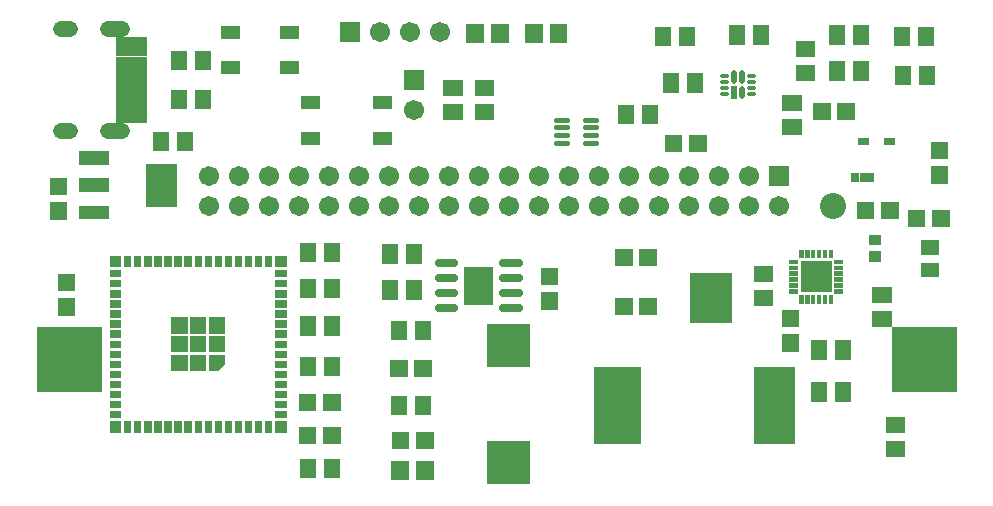
<source format=gts>
G04 Layer: TopSolderMaskLayer*
G04 EasyEDA v6.4.19.4, 2021-06-11T02:13:33+02:00*
G04 afcd8683cfac40e295d78014fa455b8c,92d7176e1a3f4c55b0c7f3235df8e186,10*
G04 Gerber Generator version 0.2*
G04 Scale: 100 percent, Rotated: No, Reflected: No *
G04 Dimensions in millimeters *
G04 leading zeros omitted , absolute positions ,4 integer and 5 decimal *
%FSLAX45Y45*%
%MOMM*%

%ADD59C,0.4656*%
%ADD60C,1.3532*%
%ADD61C,0.7036*%
%ADD62C,0.5016*%
%ADD63C,0.3016*%
%ADD64C,2.2032*%
%ADD72C,1.7018*%

%LPD*%
D59*
X5336006Y4512589D02*
G01*
X5424804Y4512589D01*
X5336006Y4577587D02*
G01*
X5424804Y4577587D01*
X5336006Y4642586D02*
G01*
X5424804Y4642586D01*
X5336006Y4707610D02*
G01*
X5424804Y4707610D01*
X5090795Y4512589D02*
G01*
X5179593Y4512589D01*
X5090795Y4577587D02*
G01*
X5179593Y4577587D01*
X5090795Y4642586D02*
G01*
X5179593Y4642586D01*
X5090795Y4707610D02*
G01*
X5179593Y4707610D01*
D60*
X968095Y4609896D02*
G01*
X898095Y4609896D01*
X968095Y5473903D02*
G01*
X898095Y5473903D01*
X1411102Y4609896D02*
G01*
X1291102Y4609896D01*
X1411102Y5473903D02*
G01*
X1291102Y5473903D01*
D61*
X4227189Y3492500D02*
G01*
X4093291Y3492500D01*
X4227189Y3365500D02*
G01*
X4093291Y3365500D01*
X4227189Y3238500D02*
G01*
X4093291Y3238500D01*
X4227189Y3111500D02*
G01*
X4093291Y3111500D01*
X4771308Y3492500D02*
G01*
X4637410Y3492500D01*
X4771308Y3365500D02*
G01*
X4637410Y3365500D01*
X4771308Y3238500D02*
G01*
X4637410Y3238500D01*
X4771308Y3111500D02*
G01*
X4637410Y3111500D01*
D62*
X6664401Y4968811D02*
G01*
X6664401Y4903810D01*
X6664401Y5103812D02*
G01*
X6664401Y5038811D01*
X6594398Y5103812D02*
G01*
X6594398Y5038811D01*
D63*
X6724411Y4928793D02*
G01*
X6764411Y4928793D01*
X6724411Y4978806D02*
G01*
X6764411Y4978806D01*
X6724411Y5028793D02*
G01*
X6764411Y5028793D01*
X6724411Y5078806D02*
G01*
X6764411Y5078806D01*
X6494414Y5078806D02*
G01*
X6534414Y5078806D01*
X6494414Y5028793D02*
G01*
X6534414Y5028793D01*
X6494414Y4978806D02*
G01*
X6534414Y4978806D01*
X6494414Y4928793D02*
G01*
X6534414Y4928793D01*
D64*
G01*
X7429500Y3975100D03*
G36*
X5608827Y4667250D02*
G01*
X5608827Y4832350D01*
X5744972Y4832350D01*
X5744972Y4667250D01*
G37*
G36*
X5812027Y4667250D02*
G01*
X5812027Y4832350D01*
X5948172Y4832350D01*
X5948172Y4667250D01*
G37*
G36*
X690118Y2404618D02*
G01*
X690118Y2954781D01*
X1240281Y2954781D01*
X1240281Y2404618D01*
G37*
G36*
X7929118Y2404618D02*
G01*
X7929118Y2954781D01*
X8479281Y2954781D01*
X8479281Y2404618D01*
G37*
G36*
X3539743Y4494021D02*
G01*
X3539743Y4604004D01*
X3699763Y4604004D01*
X3699763Y4494021D01*
G37*
G36*
X2929636Y4494021D02*
G01*
X2929636Y4604004D01*
X3089909Y4604004D01*
X3089909Y4494021D01*
G37*
G36*
X3539743Y4793995D02*
G01*
X3539743Y4903978D01*
X3699763Y4903978D01*
X3699763Y4793995D01*
G37*
G36*
X2929636Y4793995D02*
G01*
X2929636Y4903978D01*
X3089656Y4903978D01*
X3089656Y4793995D01*
G37*
G36*
X5404865Y1958339D02*
G01*
X5404865Y2613660D01*
X5806186Y2613660D01*
X5806186Y1958339D01*
G37*
G36*
X6759447Y1958339D02*
G01*
X6759447Y2613660D01*
X7109713Y2613660D01*
X7109713Y1958339D01*
G37*
G36*
X6225540Y2986786D02*
G01*
X6225540Y3413252D01*
X6575806Y3413252D01*
X6575806Y2986786D01*
G37*
G36*
X3693413Y1659636D02*
G01*
X3693413Y1819910D01*
X3843781Y1819910D01*
X3843781Y1659636D01*
G37*
G36*
X3903472Y1659636D02*
G01*
X3903472Y1819910D01*
X4053840Y1819910D01*
X4053840Y1659636D01*
G37*
D72*
G01*
X3886200Y4787900D03*
G36*
X3801109Y4956810D02*
G01*
X3801109Y5126989D01*
X3971290Y5126989D01*
X3971290Y4956810D01*
G37*
G36*
X7395718Y3532631D02*
G01*
X7395718Y3606037D01*
X7433818Y3606037D01*
X7433818Y3532631D01*
G37*
G36*
X7345679Y3532631D02*
G01*
X7345679Y3606037D01*
X7383779Y3606037D01*
X7383779Y3532631D01*
G37*
G36*
X7295641Y3532631D02*
G01*
X7295641Y3606037D01*
X7333995Y3606037D01*
X7333995Y3532631D01*
G37*
G36*
X7245604Y3532631D02*
G01*
X7245604Y3606037D01*
X7283958Y3606037D01*
X7283958Y3532631D01*
G37*
G36*
X7195820Y3532631D02*
G01*
X7195820Y3606037D01*
X7233920Y3606037D01*
X7233920Y3532631D01*
G37*
G36*
X7145781Y3532631D02*
G01*
X7145781Y3606037D01*
X7183881Y3606037D01*
X7183881Y3532631D01*
G37*
G36*
X7061961Y3484118D02*
G01*
X7061961Y3522218D01*
X7135368Y3522218D01*
X7135368Y3484118D01*
G37*
G36*
X7061961Y3434079D02*
G01*
X7061961Y3472179D01*
X7135368Y3472179D01*
X7135368Y3434079D01*
G37*
G36*
X7061961Y3384042D02*
G01*
X7061961Y3422395D01*
X7135368Y3422395D01*
X7135368Y3384042D01*
G37*
G36*
X7061961Y3334004D02*
G01*
X7061961Y3372357D01*
X7135368Y3372357D01*
X7135368Y3334004D01*
G37*
G36*
X7061961Y3284220D02*
G01*
X7061961Y3322320D01*
X7135368Y3322320D01*
X7135368Y3284220D01*
G37*
G36*
X7061961Y3234181D02*
G01*
X7061961Y3272281D01*
X7135368Y3272281D01*
X7135368Y3234181D01*
G37*
G36*
X7145781Y3150362D02*
G01*
X7145781Y3223768D01*
X7183881Y3223768D01*
X7183881Y3150362D01*
G37*
G36*
X7195820Y3150362D02*
G01*
X7195820Y3223768D01*
X7233920Y3223768D01*
X7233920Y3150362D01*
G37*
G36*
X7245604Y3150362D02*
G01*
X7245604Y3223768D01*
X7283958Y3223768D01*
X7283958Y3150362D01*
G37*
G36*
X7295641Y3150362D02*
G01*
X7295641Y3223768D01*
X7333995Y3223768D01*
X7333995Y3150362D01*
G37*
G36*
X7345679Y3150362D02*
G01*
X7345679Y3223768D01*
X7383779Y3223768D01*
X7383779Y3150362D01*
G37*
G36*
X7395718Y3150362D02*
G01*
X7395718Y3223768D01*
X7433818Y3223768D01*
X7433818Y3150362D01*
G37*
G36*
X7444231Y3234181D02*
G01*
X7444231Y3272281D01*
X7517638Y3272281D01*
X7517638Y3234181D01*
G37*
G36*
X7444231Y3284220D02*
G01*
X7444231Y3322320D01*
X7517638Y3322320D01*
X7517638Y3284220D01*
G37*
G36*
X7444231Y3334004D02*
G01*
X7444231Y3372357D01*
X7517638Y3372357D01*
X7517638Y3334004D01*
G37*
G36*
X7444231Y3384042D02*
G01*
X7444231Y3422395D01*
X7517638Y3422395D01*
X7517638Y3384042D01*
G37*
G36*
X7444231Y3434079D02*
G01*
X7444231Y3472179D01*
X7517638Y3472179D01*
X7517638Y3434079D01*
G37*
G36*
X7444231Y3484118D02*
G01*
X7444231Y3522218D01*
X7517638Y3522218D01*
X7517638Y3484118D01*
G37*
G36*
X7159752Y3248152D02*
G01*
X7159752Y3508247D01*
X7419847Y3508247D01*
X7419847Y3248152D01*
G37*
G36*
X1359915Y5041645D02*
G01*
X1359915Y5091937D01*
X1625345Y5091937D01*
X1625345Y5041645D01*
G37*
G36*
X1359915Y4991607D02*
G01*
X1359915Y5042154D01*
X1625345Y5042154D01*
X1625345Y4991607D01*
G37*
G36*
X1359915Y4941823D02*
G01*
X1359915Y4992115D01*
X1625345Y4992115D01*
X1625345Y4941823D01*
G37*
G36*
X1359915Y5091684D02*
G01*
X1359915Y5141976D01*
X1625345Y5141976D01*
X1625345Y5091684D01*
G37*
G36*
X1359915Y4891786D02*
G01*
X1359915Y4942078D01*
X1625345Y4942078D01*
X1625345Y4891786D01*
G37*
G36*
X1359915Y5141721D02*
G01*
X1359915Y5192013D01*
X1625345Y5192013D01*
X1625345Y5141721D01*
G37*
G36*
X1359915Y4841747D02*
G01*
X1359915Y4892039D01*
X1625345Y4892039D01*
X1625345Y4841747D01*
G37*
G36*
X1359915Y5191760D02*
G01*
X1359915Y5242052D01*
X1625345Y5242052D01*
X1625345Y5191760D01*
G37*
G36*
X1359915Y5246623D02*
G01*
X1359915Y5327142D01*
X1625345Y5327142D01*
X1625345Y5246623D01*
G37*
G36*
X1359915Y4756657D02*
G01*
X1359915Y4836921D01*
X1625345Y4836921D01*
X1625345Y4756657D01*
G37*
G36*
X1359915Y5324347D02*
G01*
X1359915Y5404612D01*
X1625345Y5404612D01*
X1625345Y5324347D01*
G37*
G36*
X1359915Y4679187D02*
G01*
X1359915Y4759452D01*
X1625345Y4759452D01*
X1625345Y4679187D01*
G37*
G36*
X7587995Y4176268D02*
G01*
X7587995Y4256531D01*
X7650225Y4256531D01*
X7650225Y4176268D01*
G37*
G36*
X7664958Y4176268D02*
G01*
X7664958Y4256531D01*
X7780020Y4256531D01*
X7780020Y4176268D01*
G37*
G36*
X6751827Y5340350D02*
G01*
X6751827Y5505450D01*
X6887972Y5505450D01*
X6887972Y5340350D01*
G37*
G36*
X6548627Y5340350D02*
G01*
X6548627Y5505450D01*
X6684772Y5505450D01*
X6684772Y5340350D01*
G37*
G36*
X7399527Y5035550D02*
G01*
X7399527Y5200650D01*
X7535672Y5200650D01*
X7535672Y5035550D01*
G37*
G36*
X7602727Y5035550D02*
G01*
X7602727Y5200650D01*
X7738872Y5200650D01*
X7738872Y5035550D01*
G37*
G36*
X6129527Y5327650D02*
G01*
X6129527Y5492750D01*
X6265672Y5492750D01*
X6265672Y5327650D01*
G37*
G36*
X5926327Y5327650D02*
G01*
X5926327Y5492750D01*
X6062472Y5492750D01*
X6062472Y5327650D01*
G37*
G36*
X7945627Y5327650D02*
G01*
X7945627Y5492750D01*
X8081772Y5492750D01*
X8081772Y5327650D01*
G37*
G36*
X8148827Y5327650D02*
G01*
X8148827Y5492750D01*
X8284972Y5492750D01*
X8284972Y5327650D01*
G37*
G36*
X7958327Y4997450D02*
G01*
X7958327Y5162550D01*
X8094472Y5162550D01*
X8094472Y4997450D01*
G37*
G36*
X8161527Y4997450D02*
G01*
X8161527Y5162550D01*
X8297672Y5162550D01*
X8297672Y4997450D01*
G37*
G36*
X7118350Y5240528D02*
G01*
X7118350Y5376671D01*
X7283450Y5376671D01*
X7283450Y5240528D01*
G37*
G36*
X7118350Y5037328D02*
G01*
X7118350Y5173471D01*
X7283450Y5173471D01*
X7283450Y5037328D01*
G37*
G36*
X6193027Y4933950D02*
G01*
X6193027Y5099050D01*
X6329172Y5099050D01*
X6329172Y4933950D01*
G37*
G36*
X5989827Y4933950D02*
G01*
X5989827Y5099050D01*
X6125972Y5099050D01*
X6125972Y4933950D01*
G37*
G36*
X7602727Y5340350D02*
G01*
X7602727Y5505450D01*
X7738872Y5505450D01*
X7738872Y5340350D01*
G37*
G36*
X7399527Y5340350D02*
G01*
X7399527Y5505450D01*
X7535672Y5505450D01*
X7535672Y5340350D01*
G37*
G36*
X7004050Y4580128D02*
G01*
X7004050Y4716271D01*
X7169150Y4716271D01*
X7169150Y4580128D01*
G37*
G36*
X7004050Y4783328D02*
G01*
X7004050Y4919471D01*
X7169150Y4919471D01*
X7169150Y4783328D01*
G37*
G36*
X2916427Y1670050D02*
G01*
X2916427Y1835150D01*
X3052572Y1835150D01*
X3052572Y1670050D01*
G37*
G36*
X3119627Y1670050D02*
G01*
X3119627Y1835150D01*
X3255772Y1835150D01*
X3255772Y1670050D01*
G37*
G36*
X1875028Y4438650D02*
G01*
X1875028Y4603750D01*
X2011172Y4603750D01*
X2011172Y4438650D01*
G37*
G36*
X1671828Y4438650D02*
G01*
X1671828Y4603750D01*
X1807971Y4603750D01*
X1807971Y4438650D01*
G37*
G36*
X7880350Y1849628D02*
G01*
X7880350Y1985771D01*
X8045450Y1985771D01*
X8045450Y1849628D01*
G37*
G36*
X7880350Y2052828D02*
G01*
X7880350Y2188971D01*
X8045450Y2188971D01*
X8045450Y2052828D01*
G37*
G36*
X7247127Y2317750D02*
G01*
X7247127Y2482850D01*
X7383272Y2482850D01*
X7383272Y2317750D01*
G37*
G36*
X7450327Y2317750D02*
G01*
X7450327Y2482850D01*
X7586472Y2482850D01*
X7586472Y2317750D01*
G37*
G36*
X4400550Y4707128D02*
G01*
X4400550Y4843271D01*
X4565650Y4843271D01*
X4565650Y4707128D01*
G37*
G36*
X4400550Y4910328D02*
G01*
X4400550Y5046471D01*
X4565650Y5046471D01*
X4565650Y4910328D01*
G37*
G36*
X4133850Y4707128D02*
G01*
X4133850Y4843271D01*
X4298950Y4843271D01*
X4298950Y4707128D01*
G37*
G36*
X4133850Y4910328D02*
G01*
X4133850Y5046471D01*
X4298950Y5046471D01*
X4298950Y4910328D01*
G37*
G36*
X3119627Y2876550D02*
G01*
X3119627Y3041650D01*
X3255772Y3041650D01*
X3255772Y2876550D01*
G37*
G36*
X2916427Y2876550D02*
G01*
X2916427Y3041650D01*
X3052572Y3041650D01*
X3052572Y2876550D01*
G37*
G36*
X2916427Y2533650D02*
G01*
X2916427Y2698750D01*
X3052572Y2698750D01*
X3052572Y2533650D01*
G37*
G36*
X3119627Y2533650D02*
G01*
X3119627Y2698750D01*
X3255772Y2698750D01*
X3255772Y2533650D01*
G37*
G36*
X2916427Y3194050D02*
G01*
X2916427Y3359150D01*
X3052572Y3359150D01*
X3052572Y3194050D01*
G37*
G36*
X3119627Y3194050D02*
G01*
X3119627Y3359150D01*
X3255772Y3359150D01*
X3255772Y3194050D01*
G37*
G36*
X3119627Y3498850D02*
G01*
X3119627Y3663950D01*
X3255772Y3663950D01*
X3255772Y3498850D01*
G37*
G36*
X2916427Y3498850D02*
G01*
X2916427Y3663950D01*
X3052572Y3663950D01*
X3052572Y3498850D01*
G37*
G36*
X8181086Y3565397D02*
G01*
X8181086Y3688842D01*
X8328913Y3688842D01*
X8328913Y3565397D01*
G37*
G36*
X8181086Y3372357D02*
G01*
X8181086Y3495802D01*
X8328913Y3495802D01*
X8328913Y3372357D01*
G37*
G36*
X4506213Y2613660D02*
G01*
X4506213Y2973831D01*
X4866386Y2973831D01*
X4866386Y2613660D01*
G37*
G36*
X4506213Y1623568D02*
G01*
X4506213Y1983739D01*
X4866386Y1983739D01*
X4866386Y1623568D01*
G37*
G36*
X1046479Y4325365D02*
G01*
X1046479Y4440428D01*
X1303020Y4440428D01*
X1303020Y4325365D01*
G37*
G36*
X1046479Y4095242D02*
G01*
X1046479Y4210557D01*
X1303020Y4210557D01*
X1303020Y4095242D01*
G37*
G36*
X1046479Y3865371D02*
G01*
X1046479Y3980434D01*
X1303020Y3980434D01*
X1303020Y3865371D01*
G37*
G36*
X1617979Y3970781D02*
G01*
X1617979Y4335018D01*
X1874520Y4335018D01*
X1874520Y3970781D01*
G37*
G36*
X7860284Y4493260D02*
G01*
X7860284Y4549139D01*
X7954772Y4549139D01*
X7954772Y4493260D01*
G37*
G36*
X7640827Y4493260D02*
G01*
X7640827Y4549139D01*
X7735315Y4549139D01*
X7735315Y4493260D01*
G37*
G36*
X2248154Y5390895D02*
G01*
X2248154Y5500878D01*
X2408174Y5500878D01*
X2408174Y5390895D01*
G37*
G36*
X2248154Y5090921D02*
G01*
X2248154Y5200904D01*
X2408174Y5200904D01*
X2408174Y5090921D01*
G37*
G36*
X2748025Y5090921D02*
G01*
X2748025Y5200904D01*
X2908300Y5200904D01*
X2908300Y5090921D01*
G37*
G36*
X2748025Y5390895D02*
G01*
X2748025Y5500878D01*
X2908300Y5500878D01*
X2908300Y5390895D01*
G37*
G36*
X4306824Y3141979D02*
G01*
X4306824Y3462020D01*
X4557775Y3462020D01*
X4557775Y3141979D01*
G37*
G36*
X7001256Y2948431D02*
G01*
X7001256Y3099562D01*
X7146543Y3099562D01*
X7146543Y2948431D01*
G37*
G36*
X7001256Y2742437D02*
G01*
X7001256Y2893568D01*
X7146543Y2893568D01*
X7146543Y2742437D01*
G37*
G36*
X7837931Y3864355D02*
G01*
X7837931Y4009644D01*
X7989061Y4009644D01*
X7989061Y3864355D01*
G37*
G36*
X7631938Y3864355D02*
G01*
X7631938Y4009644D01*
X7783068Y4009644D01*
X7783068Y3864355D01*
G37*
G36*
X7735061Y3644392D02*
G01*
X7735061Y3734562D01*
X7835138Y3734562D01*
X7835138Y3644392D01*
G37*
G36*
X7735061Y3504437D02*
G01*
X7735061Y3594607D01*
X7835138Y3594607D01*
X7835138Y3504437D01*
G37*
G36*
X8269731Y3800855D02*
G01*
X8269731Y3946144D01*
X8420861Y3946144D01*
X8420861Y3800855D01*
G37*
G36*
X8063738Y3800855D02*
G01*
X8063738Y3946144D01*
X8214868Y3946144D01*
X8214868Y3800855D01*
G37*
G36*
X8258556Y4164837D02*
G01*
X8258556Y4315968D01*
X8403843Y4315968D01*
X8403843Y4164837D01*
G37*
G36*
X8258556Y4370831D02*
G01*
X8258556Y4521962D01*
X8403843Y4521962D01*
X8403843Y4370831D01*
G37*
G36*
X6006338Y4435855D02*
G01*
X6006338Y4581144D01*
X6157468Y4581144D01*
X6157468Y4435855D01*
G37*
G36*
X6212331Y4435855D02*
G01*
X6212331Y4581144D01*
X6363461Y4581144D01*
X6363461Y4435855D01*
G37*
G36*
X5793231Y3051555D02*
G01*
X5793231Y3196844D01*
X5944361Y3196844D01*
X5944361Y3051555D01*
G37*
G36*
X5587238Y3051555D02*
G01*
X5587238Y3196844D01*
X5738368Y3196844D01*
X5738368Y3051555D01*
G37*
G36*
X5793231Y3470655D02*
G01*
X5793231Y3615944D01*
X5944361Y3615944D01*
X5944361Y3470655D01*
G37*
G36*
X5587238Y3470655D02*
G01*
X5587238Y3615944D01*
X5738368Y3615944D01*
X5738368Y3470655D01*
G37*
G36*
X3888231Y2530855D02*
G01*
X3888231Y2676144D01*
X4039361Y2676144D01*
X4039361Y2530855D01*
G37*
G36*
X3682238Y2530855D02*
G01*
X3682238Y2676144D01*
X3833368Y2676144D01*
X3833368Y2530855D01*
G37*
G36*
X7263638Y4702555D02*
G01*
X7263638Y4847844D01*
X7414768Y4847844D01*
X7414768Y4702555D01*
G37*
G36*
X7469631Y4702555D02*
G01*
X7469631Y4847844D01*
X7620761Y4847844D01*
X7620761Y4702555D01*
G37*
G36*
X4956556Y3098037D02*
G01*
X4956556Y3249168D01*
X5101843Y3249168D01*
X5101843Y3098037D01*
G37*
G36*
X4956556Y3304031D02*
G01*
X4956556Y3455162D01*
X5101843Y3455162D01*
X5101843Y3304031D01*
G37*
G36*
X3900931Y1921255D02*
G01*
X3900931Y2066544D01*
X4052061Y2066544D01*
X4052061Y1921255D01*
G37*
G36*
X3694938Y1921255D02*
G01*
X3694938Y2066544D01*
X3846068Y2066544D01*
X3846068Y1921255D01*
G37*
G36*
X803655Y4066031D02*
G01*
X803655Y4217162D01*
X948944Y4217162D01*
X948944Y4066031D01*
G37*
G36*
X803655Y3860037D02*
G01*
X803655Y4011168D01*
X948944Y4011168D01*
X948944Y3860037D01*
G37*
G36*
X3113531Y1959355D02*
G01*
X3113531Y2104644D01*
X3264661Y2104644D01*
X3264661Y1959355D01*
G37*
G36*
X2907538Y1959355D02*
G01*
X2907538Y2104644D01*
X3058668Y2104644D01*
X3058668Y1959355D01*
G37*
G36*
X3113531Y2238755D02*
G01*
X3113531Y2384044D01*
X3264661Y2384044D01*
X3264661Y2238755D01*
G37*
G36*
X2907538Y2238755D02*
G01*
X2907538Y2384044D01*
X3058668Y2384044D01*
X3058668Y2238755D01*
G37*
G36*
X867155Y3253231D02*
G01*
X867155Y3404362D01*
X1012444Y3404362D01*
X1012444Y3253231D01*
G37*
G36*
X867155Y3047237D02*
G01*
X867155Y3198368D01*
X1012444Y3198368D01*
X1012444Y3047237D01*
G37*
G36*
X6569202Y4878831D02*
G01*
X6569202Y4993894D01*
X6619493Y4993894D01*
X6619493Y4878831D01*
G37*
G36*
X4328413Y5355336D02*
G01*
X4328413Y5515610D01*
X4478781Y5515610D01*
X4478781Y5355336D01*
G37*
G36*
X4538472Y5355336D02*
G01*
X4538472Y5515610D01*
X4688840Y5515610D01*
X4688840Y5355336D01*
G37*
G36*
X2707131Y2776473D02*
G01*
X2707131Y2836926D01*
X2807461Y2836926D01*
X2807461Y2776473D01*
G37*
G36*
X2707131Y2862579D02*
G01*
X2707131Y2922778D01*
X2807461Y2922778D01*
X2807461Y2862579D01*
G37*
G36*
X2707131Y2947415D02*
G01*
X2707131Y3007613D01*
X2807461Y3007613D01*
X2807461Y2947415D01*
G37*
G36*
X2707131Y3032252D02*
G01*
X2707131Y3092450D01*
X2807461Y3092450D01*
X2807461Y3032252D01*
G37*
G36*
X2707131Y3116834D02*
G01*
X2707131Y3177286D01*
X2807461Y3177286D01*
X2807461Y3116834D01*
G37*
G36*
X2707131Y3201670D02*
G01*
X2707131Y3262121D01*
X2807461Y3262121D01*
X2807461Y3201670D01*
G37*
G36*
X2707131Y3286505D02*
G01*
X2707131Y3346957D01*
X2807461Y3346957D01*
X2807461Y3286505D01*
G37*
G36*
X2707131Y3371595D02*
G01*
X2707131Y3431794D01*
X2807461Y3431794D01*
X2807461Y3371595D01*
G37*
G36*
X2707131Y2690621D02*
G01*
X2707131Y2750820D01*
X2807461Y2750820D01*
X2807461Y2690621D01*
G37*
G36*
X2707131Y2605786D02*
G01*
X2707131Y2665984D01*
X2807461Y2665984D01*
X2807461Y2605786D01*
G37*
G36*
X2707131Y2520950D02*
G01*
X2707131Y2581147D01*
X2807461Y2581147D01*
X2807461Y2520950D01*
G37*
G36*
X2707131Y2436113D02*
G01*
X2707131Y2496565D01*
X2807461Y2496565D01*
X2807461Y2436113D01*
G37*
G36*
X2707131Y2351278D02*
G01*
X2707131Y2411729D01*
X2807461Y2411729D01*
X2807461Y2351278D01*
G37*
G36*
X2707131Y2266442D02*
G01*
X2707131Y2326894D01*
X2807461Y2326894D01*
X2807461Y2266442D01*
G37*
G36*
X2707131Y2181605D02*
G01*
X2707131Y2241804D01*
X2807461Y2241804D01*
X2807461Y2181605D01*
G37*
G36*
X2707131Y2056637D02*
G01*
X2707131Y2156968D01*
X2807461Y2156968D01*
X2807461Y2056637D01*
G37*
G36*
X1987295Y2736595D02*
G01*
X1987295Y2876804D01*
X2127504Y2876804D01*
X2127504Y2736595D01*
G37*
G36*
X1827276Y2736595D02*
G01*
X1827276Y2876804D01*
X1967484Y2876804D01*
X1967484Y2736595D01*
G37*
G36*
X2147315Y2736595D02*
G01*
X2147315Y2876804D01*
X2287524Y2876804D01*
X2287524Y2736595D01*
G37*
G36*
X2147315Y2896615D02*
G01*
X2147315Y3036823D01*
X2287524Y3036823D01*
X2287524Y2896615D01*
G37*
G36*
X1827276Y2896615D02*
G01*
X1827276Y3036823D01*
X1967484Y3036823D01*
X1967484Y2896615D01*
G37*
G36*
X1987295Y2896615D02*
G01*
X1987295Y3036823D01*
X2127504Y3036823D01*
X2127504Y2896615D01*
G37*
G36*
X2147315Y2576576D02*
G01*
X2147315Y2716784D01*
X2287524Y2716784D01*
X2287524Y2642615D01*
X2221484Y2576576D01*
G37*
G36*
X1827276Y2576576D02*
G01*
X1827276Y2716784D01*
X1967484Y2716784D01*
X1967484Y2576576D01*
G37*
G36*
X1987295Y2576576D02*
G01*
X1987295Y2716784D01*
X2127504Y2716784D01*
X2127504Y2576576D01*
G37*
G36*
X1307337Y3456431D02*
G01*
X1307337Y3556762D01*
X1407668Y3556762D01*
X1407668Y3456431D01*
G37*
G36*
X2622295Y3456431D02*
G01*
X2622295Y3556762D01*
X2682493Y3556762D01*
X2682493Y3456431D01*
G37*
G36*
X2537206Y3456431D02*
G01*
X2537206Y3556762D01*
X2597658Y3556762D01*
X2597658Y3456431D01*
G37*
G36*
X2452370Y3456431D02*
G01*
X2452370Y3556762D01*
X2512822Y3556762D01*
X2512822Y3456431D01*
G37*
G36*
X2367788Y3456431D02*
G01*
X2367788Y3556762D01*
X2427986Y3556762D01*
X2427986Y3456431D01*
G37*
G36*
X2282952Y3456431D02*
G01*
X2282952Y3556762D01*
X2343150Y3556762D01*
X2343150Y3456431D01*
G37*
G36*
X2198115Y3456431D02*
G01*
X2198115Y3556762D01*
X2258313Y3556762D01*
X2258313Y3456431D01*
G37*
G36*
X2113279Y3456431D02*
G01*
X2113279Y3556762D01*
X2173477Y3556762D01*
X2173477Y3456431D01*
G37*
G36*
X1432305Y3456431D02*
G01*
X1432305Y3556762D01*
X1492504Y3556762D01*
X1492504Y3456431D01*
G37*
G36*
X1517395Y3456431D02*
G01*
X1517395Y3556762D01*
X1577594Y3556762D01*
X1577594Y3456431D01*
G37*
G36*
X1601978Y3456431D02*
G01*
X1601978Y3556762D01*
X1662429Y3556762D01*
X1662429Y3456431D01*
G37*
G36*
X1686813Y3456431D02*
G01*
X1686813Y3556762D01*
X1747265Y3556762D01*
X1747265Y3456431D01*
G37*
G36*
X1771650Y3456431D02*
G01*
X1771650Y3556762D01*
X1832102Y3556762D01*
X1832102Y3456431D01*
G37*
G36*
X1856486Y3456431D02*
G01*
X1856486Y3556762D01*
X1916684Y3556762D01*
X1916684Y3456431D01*
G37*
G36*
X1941322Y3456431D02*
G01*
X1941322Y3556762D01*
X2001520Y3556762D01*
X2001520Y3456431D01*
G37*
G36*
X2027174Y3456431D02*
G01*
X2027174Y3556762D01*
X2087625Y3556762D01*
X2087625Y3456431D01*
G37*
G36*
X1307337Y2056637D02*
G01*
X1307337Y2156968D01*
X1407668Y2156968D01*
X1407668Y2056637D01*
G37*
G36*
X1307337Y2181605D02*
G01*
X1307337Y2241804D01*
X1407668Y2241804D01*
X1407668Y2181605D01*
G37*
G36*
X1307337Y2266442D02*
G01*
X1307337Y2326894D01*
X1407668Y2326894D01*
X1407668Y2266442D01*
G37*
G36*
X1307337Y2351278D02*
G01*
X1307337Y2411729D01*
X1407668Y2411729D01*
X1407668Y2351278D01*
G37*
G36*
X1307337Y2436113D02*
G01*
X1307337Y2496565D01*
X1407668Y2496565D01*
X1407668Y2436113D01*
G37*
G36*
X1307337Y2520950D02*
G01*
X1307337Y2581147D01*
X1407668Y2581147D01*
X1407668Y2520950D01*
G37*
G36*
X1307337Y2605786D02*
G01*
X1307337Y2665984D01*
X1407668Y2665984D01*
X1407668Y2605786D01*
G37*
G36*
X1307337Y2690621D02*
G01*
X1307337Y2750820D01*
X1407668Y2750820D01*
X1407668Y2690621D01*
G37*
G36*
X1307337Y3371595D02*
G01*
X1307337Y3431794D01*
X1407668Y3431794D01*
X1407668Y3371595D01*
G37*
G36*
X1307337Y3286505D02*
G01*
X1307337Y3346957D01*
X1407668Y3346957D01*
X1407668Y3286505D01*
G37*
G36*
X1307337Y3201670D02*
G01*
X1307337Y3262121D01*
X1407668Y3262121D01*
X1407668Y3201670D01*
G37*
G36*
X1307337Y3116834D02*
G01*
X1307337Y3177286D01*
X1407668Y3177286D01*
X1407668Y3116834D01*
G37*
G36*
X1307337Y3032252D02*
G01*
X1307337Y3092450D01*
X1407668Y3092450D01*
X1407668Y3032252D01*
G37*
G36*
X1307337Y2947415D02*
G01*
X1307337Y3007613D01*
X1407668Y3007613D01*
X1407668Y2947415D01*
G37*
G36*
X1307337Y2862579D02*
G01*
X1307337Y2922778D01*
X1407668Y2922778D01*
X1407668Y2862579D01*
G37*
G36*
X1307337Y2776473D02*
G01*
X1307337Y2836926D01*
X1407668Y2836926D01*
X1407668Y2776473D01*
G37*
G36*
X2622295Y2056637D02*
G01*
X2622295Y2156968D01*
X2682493Y2156968D01*
X2682493Y2056637D01*
G37*
G36*
X2537206Y2056637D02*
G01*
X2537206Y2156968D01*
X2597658Y2156968D01*
X2597658Y2056637D01*
G37*
G36*
X2452370Y2056637D02*
G01*
X2452370Y2156968D01*
X2512822Y2156968D01*
X2512822Y2056637D01*
G37*
G36*
X2367788Y2056637D02*
G01*
X2367788Y2156968D01*
X2427986Y2156968D01*
X2427986Y2056637D01*
G37*
G36*
X2282952Y2056637D02*
G01*
X2282952Y2156968D01*
X2343150Y2156968D01*
X2343150Y2056637D01*
G37*
G36*
X2198115Y2056637D02*
G01*
X2198115Y2156968D01*
X2258313Y2156968D01*
X2258313Y2056637D01*
G37*
G36*
X2113279Y2056637D02*
G01*
X2113279Y2156968D01*
X2173477Y2156968D01*
X2173477Y2056637D01*
G37*
G36*
X1432305Y2056637D02*
G01*
X1432305Y2156968D01*
X1492504Y2156968D01*
X1492504Y2056637D01*
G37*
G36*
X1517395Y2056637D02*
G01*
X1517395Y2156968D01*
X1577594Y2156968D01*
X1577594Y2056637D01*
G37*
G36*
X1601978Y2056637D02*
G01*
X1601978Y2156968D01*
X1662429Y2156968D01*
X1662429Y2056637D01*
G37*
G36*
X1686813Y2056637D02*
G01*
X1686813Y2156968D01*
X1747265Y2156968D01*
X1747265Y2056637D01*
G37*
G36*
X1771650Y2056637D02*
G01*
X1771650Y2156968D01*
X1832102Y2156968D01*
X1832102Y2056637D01*
G37*
G36*
X1856486Y2056637D02*
G01*
X1856486Y2156968D01*
X1916684Y2156968D01*
X1916684Y2056637D01*
G37*
G36*
X1941322Y2056637D02*
G01*
X1941322Y2156968D01*
X2001520Y2156968D01*
X2001520Y2056637D01*
G37*
G36*
X2027174Y2056637D02*
G01*
X2027174Y2156968D01*
X2087625Y2156968D01*
X2087625Y2056637D01*
G37*
G36*
X2707131Y3456431D02*
G01*
X2707131Y3556762D01*
X2807461Y3556762D01*
X2807461Y3456431D01*
G37*
G01*
X2146300Y4229100D03*
G01*
X2146300Y3975100D03*
G01*
X2400300Y4229100D03*
G01*
X2400300Y3975100D03*
G01*
X2654300Y4229100D03*
G01*
X2654300Y3975100D03*
G01*
X2908300Y4229100D03*
G01*
X2908300Y3975100D03*
G01*
X3162300Y4229100D03*
G01*
X3162300Y3975100D03*
G01*
X3416300Y4229100D03*
G01*
X3416300Y3975100D03*
G01*
X3670300Y4229100D03*
G01*
X3670300Y3975100D03*
G01*
X3924300Y4229100D03*
G01*
X3924300Y3975100D03*
G01*
X4178300Y4229100D03*
G01*
X4178300Y3975100D03*
G01*
X4432300Y4229100D03*
G01*
X4432300Y3975100D03*
G01*
X4686300Y4229100D03*
G01*
X4686300Y3975100D03*
G01*
X4940300Y4229100D03*
G01*
X4940300Y3975100D03*
G01*
X5194300Y4229100D03*
G01*
X5194300Y3975100D03*
G01*
X5448300Y4229100D03*
G01*
X5448300Y3975100D03*
G01*
X5702300Y4229100D03*
G01*
X5702300Y3975100D03*
G01*
X5956300Y4229100D03*
G01*
X5956300Y3975100D03*
G01*
X6210300Y4229100D03*
G01*
X6210300Y3975100D03*
G01*
X6464300Y4229100D03*
G01*
X6464300Y3975100D03*
G01*
X6718300Y4229100D03*
G01*
X6718300Y3975100D03*
G36*
X6887209Y4144010D02*
G01*
X6887209Y4314189D01*
X7057390Y4314189D01*
X7057390Y4144010D01*
G37*
G01*
X6972300Y3975100D03*
G01*
X4102100Y5448300D03*
G01*
X3848100Y5448300D03*
G01*
X3594100Y5448300D03*
G36*
X3255009Y5363210D02*
G01*
X3255009Y5533389D01*
X3425190Y5533389D01*
X3425190Y5363210D01*
G37*
G36*
X2027427Y5124450D02*
G01*
X2027427Y5289550D01*
X2163572Y5289550D01*
X2163572Y5124450D01*
G37*
G36*
X1824228Y5124450D02*
G01*
X1824228Y5289550D01*
X1960372Y5289550D01*
X1960372Y5124450D01*
G37*
G36*
X2027427Y4794250D02*
G01*
X2027427Y4959350D01*
X2163572Y4959350D01*
X2163572Y4794250D01*
G37*
G36*
X1824228Y4794250D02*
G01*
X1824228Y4959350D01*
X1960372Y4959350D01*
X1960372Y4794250D01*
G37*
G36*
X3691127Y2838450D02*
G01*
X3691127Y3003550D01*
X3827272Y3003550D01*
X3827272Y2838450D01*
G37*
G36*
X3894327Y2838450D02*
G01*
X3894327Y3003550D01*
X4030472Y3003550D01*
X4030472Y2838450D01*
G37*
G36*
X3818127Y3181350D02*
G01*
X3818127Y3346450D01*
X3954272Y3346450D01*
X3954272Y3181350D01*
G37*
G36*
X3614927Y3181350D02*
G01*
X3614927Y3346450D01*
X3751072Y3346450D01*
X3751072Y3181350D01*
G37*
G36*
X3894327Y2203450D02*
G01*
X3894327Y2368550D01*
X4030472Y2368550D01*
X4030472Y2203450D01*
G37*
G36*
X3691127Y2203450D02*
G01*
X3691127Y2368550D01*
X3827272Y2368550D01*
X3827272Y2203450D01*
G37*
G36*
X3818127Y3486150D02*
G01*
X3818127Y3651250D01*
X3954272Y3651250D01*
X3954272Y3486150D01*
G37*
G36*
X3614927Y3486150D02*
G01*
X3614927Y3651250D01*
X3751072Y3651250D01*
X3751072Y3486150D01*
G37*
G36*
X6762750Y3132328D02*
G01*
X6762750Y3268471D01*
X6927850Y3268471D01*
X6927850Y3132328D01*
G37*
G36*
X6762750Y3335528D02*
G01*
X6762750Y3471671D01*
X6927850Y3471671D01*
X6927850Y3335528D01*
G37*
G36*
X7766050Y3157728D02*
G01*
X7766050Y3293871D01*
X7931150Y3293871D01*
X7931150Y3157728D01*
G37*
G36*
X7766050Y2954528D02*
G01*
X7766050Y3090671D01*
X7931150Y3090671D01*
X7931150Y2954528D01*
G37*
G36*
X7450327Y2673350D02*
G01*
X7450327Y2838450D01*
X7586472Y2838450D01*
X7586472Y2673350D01*
G37*
G36*
X7247127Y2673350D02*
G01*
X7247127Y2838450D01*
X7383272Y2838450D01*
X7383272Y2673350D01*
G37*
G36*
X4823713Y5355336D02*
G01*
X4823713Y5515610D01*
X4974081Y5515610D01*
X4974081Y5355336D01*
G37*
G36*
X5033772Y5355336D02*
G01*
X5033772Y5515610D01*
X5184140Y5515610D01*
X5184140Y5355336D01*
G37*
M02*

</source>
